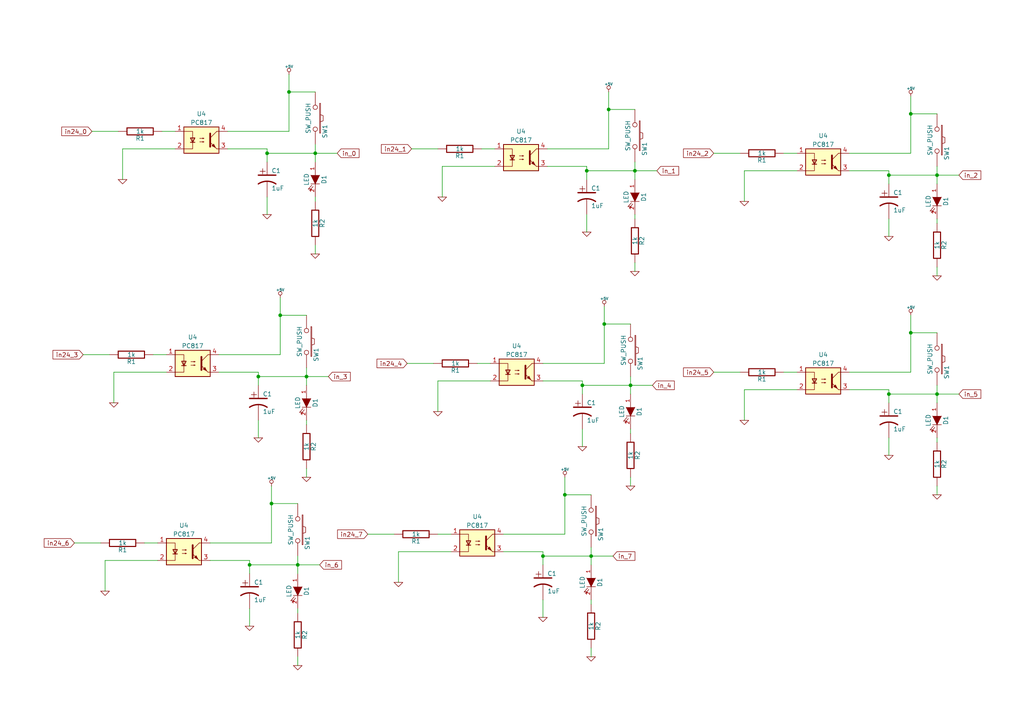
<source format=kicad_sch>
(kicad_sch (version 20230121) (generator eeschema)
  (paper "A4")
  (lib_symbols
    (symbol "Isolator:PC817" (pin_names (offset 1.016))
      (property "Reference" "U" (at -5.08 5.08 0))
      (property "Value" "PC817" (at 0 5.08 0))
      (symbol "PC817_0_1"
        (rectangle (start -5.08 3.81) (end 5.08 -3.81) (stroke (width 0.254)) (fill (type background)))
        (polyline (pts (xy -3.175 -0.635) (xy -1.905 -0.635)) (stroke (width 0.254)))
        (polyline (pts (xy 2.54 0.635) (xy 4.445 2.54)))
        (polyline (pts (xy 4.445 -2.54) (xy 2.54 -0.635)) (fill (type outline)))
        (polyline (pts (xy 4.445 -2.54) (xy 5.08 -2.54)))
        (polyline (pts (xy 4.445 2.54) (xy 5.08 2.54)))
        (polyline (pts (xy -5.08 2.54) (xy -2.54 2.54) (xy -2.54 -0.635)))
        (polyline (pts (xy -2.54 -0.635) (xy -2.54 -2.54) (xy -5.08 -2.54)))
        (polyline (pts (xy 2.54 1.905) (xy 2.54 -1.905) (xy 2.54 -1.905)) (stroke (width 0.508)))
        (polyline (pts (xy -2.54 -0.635) (xy -3.175 0.635) (xy -1.905 0.635) (xy -2.54 -0.635)) (stroke (width 0.254)))
        (polyline (pts (xy -0.508 -0.508) (xy 0.762 -0.508) (xy 0.381 -0.635) (xy 0.381 -0.381) (xy 0.762 -0.508)))
        (polyline (pts (xy -0.508 0.508) (xy 0.762 0.508) (xy 0.381 0.381) (xy 0.381 0.635) (xy 0.762 0.508)))
        (polyline (pts (xy 3.048 -1.651) (xy 3.556 -1.143) (xy 4.064 -2.159) (xy 3.048 -1.651) (xy 3.048 -1.651)) (fill (type outline)))
      )
      (symbol "PC817_1_1"
        (pin passive line (at -7.62 2.54 0) (length 2.54) (name "~") (number "1"))
        (pin passive line (at -7.62 -2.54 0) (length 2.54) (name "~") (number "2"))
        (pin passive line (at 7.62 -2.54 180) (length 2.54) (name "~") (number "3"))
        (pin passive line (at 7.62 2.54 180) (length 2.54) (name "~") (number "4"))
      )
    )
    (symbol "plc-rescue:+5V" (power) (pin_names (offset 1.016))
      (property "Value" "+5V" (at 0 2.286 0))
      (symbol "+5V_0_0"
        (pin power_in line (at 0 0 90) (length 0) hide (name "+5V") (number "1"))
      )
      (symbol "+5V_0_1"
        (polyline (pts (xy 0 0) (xy 0 0.762) (xy 0 0.762) (xy 0 0.762)))
        (circle (center 0 1.27) (radius 0.508))
      )
    )
    (symbol "plc-rescue:CP1" (pin_numbers hide) (pin_names (offset 0.254) hide)
      (property "Reference" "C" (at 1.27 2.54 0))
      (property "Value" "CP1" (at 1.27 -2.54 0))
      (symbol "CP1_0_0"
        (text "+" (at -1.27 2.54 0) (effects (font (size 2.032 2.032))))
      )
      (symbol "CP1_0_1"
        (polyline (pts (xy -2.54 1.27) (xy 2.54 1.27) (xy 1.27 1.27) (xy 1.27 1.27)) (stroke (width 0.381)))
        (arc (start 2.54 -1.27) (mid 0 -0.5009) (end -2.54 -1.27) (stroke (width 0.381)))
      )
      (symbol "CP1_1_1"
        (pin passive line (at 0 5.08 270) (length 3.81) (name "~") (number "1"))
        (pin passive line (at 0 -5.08 90) (length 4.572) (name "~") (number "2"))
      )
    )
    (symbol "plc-rescue:GND" (power) (pin_names (offset 0))
      (symbol "GND_0_1"
        (polyline (pts (xy -1.27 0) (xy 0 -1.27) (xy 1.27 0) (xy -1.27 0)))
      )
      (symbol "GND_1_1"
        (pin power_in line (at 0 0 90) (length 0) hide (name "GND") (number "1"))
      )
    )
    (symbol "plc-rescue:LED" (pin_names (offset 1.016) hide)
      (property "Reference" "D" (at 0 2.54 0))
      (property "Value" "LED" (at 0 -2.54 0))
      (symbol "LED_0_1"
        (polyline (pts (xy 1.27 1.27) (xy 1.27 -1.27)))
        (polyline (pts (xy -1.27 1.27) (xy 1.27 0) (xy -1.27 -1.27)) (fill (type outline)))
        (polyline (pts (xy 1.651 -1.016) (xy 2.794 -2.032) (xy 2.667 -1.397)))
        (polyline (pts (xy 2.032 -0.635) (xy 3.175 -1.651) (xy 3.048 -1.016)))
      )
      (symbol "LED_1_1"
        (pin passive line (at -5.08 0 0) (length 3.81) (name "A") (number "1"))
        (pin passive line (at 5.08 0 180) (length 3.81) (name "K") (number "2"))
      )
    )
    (symbol "plc-rescue:R" (pin_numbers hide) (pin_names (offset 0))
      (property "Reference" "R" (at 2.032 0 90))
      (property "Value" "R" (at 0 0 90))
      (symbol "R_0_1"
        (rectangle (start -1.016 3.81) (end 1.016 -3.81) (stroke (width 0.3048)))
      )
      (symbol "R_1_1"
        (pin passive line (at 0 6.35 270) (length 2.54) (name "~") (number "1"))
        (pin passive line (at 0 -6.35 90) (length 2.54) (name "~") (number "2"))
      )
    )
    (symbol "plc-rescue:SW_PUSH" (pin_numbers hide) (pin_names (offset 1.016) hide)
      (property "Reference" "SW" (at 3.81 2.794 0))
      (property "Value" "SW_PUSH" (at 0 -2.032 0))
      (symbol "SW_PUSH_0_1"
        (rectangle (start -4.318 1.27) (end 4.318 1.524))
        (polyline (pts (xy -1.016 1.524) (xy -0.762 2.286) (xy 0.762 2.286) (xy 1.016 1.524)))
        (pin passive inverted (at -7.62 0 0) (length 5.08) (name "1") (number "1"))
        (pin passive inverted (at 7.62 0 180) (length 5.08) (name "2") (number "2"))
      )
    )
  )
  (junction (at 170.18 49.53))
  (junction (at 175.26 93.98))
  (junction (at 77.47 44.45))
  (junction (at 176.53 31.75))
  (junction (at 88.9 109.22))
  (junction (at 83.82 26.67))
  (junction (at 182.88 111.76))
  (junction (at 264.16 33.02))
  (junction (at 264.16 96.52))
  (junction (at 257.81 50.8))
  (junction (at 171.45 161.29))
  (junction (at 257.81 114.3))
  (junction (at 74.93 109.22))
  (junction (at 271.78 114.3))
  (junction (at 91.44 44.45))
  (junction (at 163.83 143.51))
  (junction (at 184.15 49.53))
  (junction (at 81.28 91.44))
  (junction (at 271.78 50.8))
  (junction (at 157.48 161.29))
  (junction (at 86.36 163.83))
  (junction (at 168.91 111.76))
  (junction (at 78.74 146.05))
  (junction (at 72.39 163.83))
  (wire (pts (xy 24.13 102.87) (xy 31.75 102.87)))
  (wire (pts (xy 271.78 114.3) (xy 257.81 114.3)))
  (wire (pts (xy 35.56 43.18) (xy 50.8 43.18)))
  (wire (pts (xy 246.38 107.95) (xy 264.16 107.95)))
  (wire (pts (xy 106.68 154.94) (xy 114.3 154.94)))
  (wire (pts (xy 182.88 111.76) (xy 168.91 111.76)))
  (wire (pts (xy 264.16 33.02) (xy 264.16 27.94)))
  (wire (pts (xy 157.48 163.83) (xy 157.48 161.29)))
  (wire (pts (xy 78.74 146.05) (xy 78.74 140.97)))
  (wire (pts (xy 33.02 107.95) (xy 48.26 107.95)))
  (wire (pts (xy 271.78 127) (xy 271.78 128.27)))
  (wire (pts (xy 21.59 157.48) (xy 29.21 157.48)))
  (wire (pts (xy 77.47 46.99) (xy 77.47 44.45)))
  (wire (pts (xy 271.78 63.5) (xy 271.78 64.77)))
  (wire (pts (xy 246.38 49.53) (xy 257.81 49.53)))
  (wire (pts (xy 92.71 163.83) (xy 86.36 163.83)))
  (wire (pts (xy 88.9 109.22) (xy 88.9 106.68)))
  (wire (pts (xy 158.75 48.26) (xy 170.18 48.26)))
  (wire (pts (xy 157.48 110.49) (xy 168.91 110.49)))
  (wire (pts (xy 46.99 38.1) (xy 50.8 38.1)))
  (wire (pts (xy 91.44 46.99) (xy 91.44 44.45)))
  (wire (pts (xy 157.48 179.07) (xy 157.48 173.99)))
  (wire (pts (xy 91.44 44.45) (xy 91.44 41.91)))
  (wire (pts (xy 171.45 163.83) (xy 171.45 161.29)))
  (wire (pts (xy 184.15 52.07) (xy 184.15 49.53)))
  (wire (pts (xy 74.93 111.76) (xy 74.93 109.22)))
  (wire (pts (xy 257.81 53.34) (xy 257.81 50.8)))
  (wire (pts (xy 190.5 49.53) (xy 184.15 49.53)))
  (wire (pts (xy 88.9 111.76) (xy 88.9 109.22)))
  (wire (pts (xy 86.36 163.83) (xy 86.36 161.29)))
  (wire (pts (xy 168.91 129.54) (xy 168.91 124.46)))
  (wire (pts (xy 271.78 50.8) (xy 257.81 50.8)))
  (wire (pts (xy 41.91 157.48) (xy 45.72 157.48)))
  (wire (pts (xy 60.96 157.48) (xy 78.74 157.48)))
  (wire (pts (xy 184.15 49.53) (xy 184.15 46.99)))
  (wire (pts (xy 271.78 53.34) (xy 271.78 50.8)))
  (wire (pts (xy 170.18 67.31) (xy 170.18 62.23)))
  (wire (pts (xy 168.91 110.49) (xy 168.91 111.76)))
  (wire (pts (xy 63.5 107.95) (xy 74.93 107.95)))
  (wire (pts (xy 168.91 114.3) (xy 168.91 111.76)))
  (wire (pts (xy 176.53 31.75) (xy 176.53 26.67)))
  (wire (pts (xy 115.57 160.02) (xy 130.81 160.02)))
  (wire (pts (xy 44.45 102.87) (xy 48.26 102.87)))
  (wire (pts (xy 72.39 162.56) (xy 72.39 163.83)))
  (wire (pts (xy 86.36 176.53) (xy 86.36 177.8)))
  (wire (pts (xy 78.74 146.05) (xy 78.74 157.48)))
  (wire (pts (xy 91.44 73.66) (xy 91.44 71.12)))
  (wire (pts (xy 88.9 91.44) (xy 81.28 91.44)))
  (wire (pts (xy 278.13 114.3) (xy 271.78 114.3)))
  (wire (pts (xy 127 110.49) (xy 142.24 110.49)))
  (wire (pts (xy 91.44 44.45) (xy 77.47 44.45)))
  (wire (pts (xy 127 119.38) (xy 127 110.49)))
  (wire (pts (xy 215.9 49.53) (xy 231.14 49.53)))
  (wire (pts (xy 184.15 62.23) (xy 184.15 63.5)))
  (wire (pts (xy 88.9 121.92) (xy 88.9 123.19)))
  (wire (pts (xy 171.45 161.29) (xy 171.45 158.75)))
  (wire (pts (xy 74.93 127) (xy 74.93 121.92)))
  (wire (pts (xy 146.05 160.02) (xy 157.48 160.02)))
  (wire (pts (xy 271.78 33.02) (xy 264.16 33.02)))
  (wire (pts (xy 264.16 96.52) (xy 264.16 107.95)))
  (wire (pts (xy 77.47 43.18) (xy 77.47 44.45)))
  (wire (pts (xy 182.88 124.46) (xy 182.88 125.73)))
  (wire (pts (xy 86.36 193.04) (xy 86.36 190.5)))
  (wire (pts (xy 184.15 31.75) (xy 176.53 31.75)))
  (wire (pts (xy 72.39 166.37) (xy 72.39 163.83)))
  (wire (pts (xy 257.81 113.03) (xy 257.81 114.3)))
  (wire (pts (xy 30.48 162.56) (xy 45.72 162.56)))
  (wire (pts (xy 171.45 161.29) (xy 157.48 161.29)))
  (wire (pts (xy 189.23 111.76) (xy 182.88 111.76)))
  (wire (pts (xy 91.44 57.15) (xy 91.44 58.42)))
  (wire (pts (xy 264.16 96.52) (xy 264.16 91.44)))
  (wire (pts (xy 127 154.94) (xy 130.81 154.94)))
  (wire (pts (xy 246.38 44.45) (xy 264.16 44.45)))
  (wire (pts (xy 184.15 49.53) (xy 170.18 49.53)))
  (wire (pts (xy 139.7 43.18) (xy 143.51 43.18)))
  (wire (pts (xy 182.88 93.98) (xy 175.26 93.98)))
  (wire (pts (xy 182.88 111.76) (xy 182.88 109.22)))
  (wire (pts (xy 118.11 105.41) (xy 125.73 105.41)))
  (wire (pts (xy 184.15 78.74) (xy 184.15 76.2)))
  (wire (pts (xy 215.9 113.03) (xy 231.14 113.03)))
  (wire (pts (xy 146.05 154.94) (xy 163.83 154.94)))
  (wire (pts (xy 88.9 138.43) (xy 88.9 135.89)))
  (wire (pts (xy 176.53 31.75) (xy 176.53 43.18)))
  (wire (pts (xy 83.82 26.67) (xy 83.82 38.1)))
  (wire (pts (xy 138.43 105.41) (xy 142.24 105.41)))
  (wire (pts (xy 33.02 116.84) (xy 33.02 107.95)))
  (wire (pts (xy 171.45 143.51) (xy 163.83 143.51)))
  (wire (pts (xy 163.83 143.51) (xy 163.83 138.43)))
  (wire (pts (xy 66.04 43.18) (xy 77.47 43.18)))
  (wire (pts (xy 97.79 44.45) (xy 91.44 44.45)))
  (wire (pts (xy 115.57 168.91) (xy 115.57 160.02)))
  (wire (pts (xy 207.01 44.45) (xy 214.63 44.45)))
  (wire (pts (xy 257.81 116.84) (xy 257.81 114.3)))
  (wire (pts (xy 171.45 190.5) (xy 171.45 187.96)))
  (wire (pts (xy 30.48 171.45) (xy 30.48 162.56)))
  (wire (pts (xy 26.67 38.1) (xy 34.29 38.1)))
  (wire (pts (xy 264.16 33.02) (xy 264.16 44.45)))
  (wire (pts (xy 77.47 62.23) (xy 77.47 57.15)))
  (wire (pts (xy 182.88 140.97) (xy 182.88 138.43)))
  (wire (pts (xy 74.93 107.95) (xy 74.93 109.22)))
  (wire (pts (xy 170.18 52.07) (xy 170.18 49.53)))
  (wire (pts (xy 86.36 166.37) (xy 86.36 163.83)))
  (wire (pts (xy 246.38 113.03) (xy 257.81 113.03)))
  (wire (pts (xy 81.28 91.44) (xy 81.28 102.87)))
  (wire (pts (xy 257.81 68.58) (xy 257.81 63.5)))
  (wire (pts (xy 91.44 26.67) (xy 83.82 26.67)))
  (wire (pts (xy 175.26 93.98) (xy 175.26 88.9)))
  (wire (pts (xy 271.78 80.01) (xy 271.78 77.47)))
  (wire (pts (xy 215.9 58.42) (xy 215.9 49.53)))
  (wire (pts (xy 170.18 48.26) (xy 170.18 49.53)))
  (wire (pts (xy 175.26 93.98) (xy 175.26 105.41)))
  (wire (pts (xy 278.13 50.8) (xy 271.78 50.8)))
  (wire (pts (xy 271.78 114.3) (xy 271.78 111.76)))
  (wire (pts (xy 83.82 26.67) (xy 83.82 21.59)))
  (wire (pts (xy 215.9 121.92) (xy 215.9 113.03)))
  (wire (pts (xy 177.8 161.29) (xy 171.45 161.29)))
  (wire (pts (xy 81.28 91.44) (xy 81.28 86.36)))
  (wire (pts (xy 271.78 96.52) (xy 264.16 96.52)))
  (wire (pts (xy 163.83 143.51) (xy 163.83 154.94)))
  (wire (pts (xy 271.78 116.84) (xy 271.78 114.3)))
  (wire (pts (xy 72.39 181.61) (xy 72.39 176.53)))
  (wire (pts (xy 227.33 44.45) (xy 231.14 44.45)))
  (wire (pts (xy 119.38 43.18) (xy 127 43.18)))
  (wire (pts (xy 66.04 38.1) (xy 83.82 38.1)))
  (wire (pts (xy 95.25 109.22) (xy 88.9 109.22)))
  (wire (pts (xy 63.5 102.87) (xy 81.28 102.87)))
  (wire (pts (xy 128.27 57.15) (xy 128.27 48.26)))
  (wire (pts (xy 182.88 114.3) (xy 182.88 111.76)))
  (wire (pts (xy 158.75 43.18) (xy 176.53 43.18)))
  (wire (pts (xy 207.01 107.95) (xy 214.63 107.95)))
  (wire (pts (xy 35.56 52.07) (xy 35.56 43.18)))
  (wire (pts (xy 171.45 173.99) (xy 171.45 175.26)))
  (wire (pts (xy 257.81 132.08) (xy 257.81 127)))
  (wire (pts (xy 88.9 109.22) (xy 74.93 109.22)))
  (wire (pts (xy 157.48 160.02) (xy 157.48 161.29)))
  (wire (pts (xy 271.78 143.51) (xy 271.78 140.97)))
  (wire (pts (xy 271.78 50.8) (xy 271.78 48.26)))
  (wire (pts (xy 128.27 48.26) (xy 143.51 48.26)))
  (wire (pts (xy 257.81 49.53) (xy 257.81 50.8)))
  (wire (pts (xy 86.36 163.83) (xy 72.39 163.83)))
  (wire (pts (xy 60.96 162.56) (xy 72.39 162.56)))
  (wire (pts (xy 86.36 146.05) (xy 78.74 146.05)))
  (wire (pts (xy 157.48 105.41) (xy 175.26 105.41)))
  (wire (pts (xy 227.33 107.95) (xy 231.14 107.95)))
  (global_label "in_3" (shape input) (at 95.25 109.22 0) (property "Intersheetrefs" "${INTERSHEET_REFS}" (effects hide)))
  (global_label "in_6" (shape input) (at 92.71 163.83 0) (property "Intersheetrefs" "${INTERSHEET_REFS}" (effects hide)))
  (global_label "in24_0" (shape input) (at 26.67 38.1 180) (property "Intersheetrefs" "${INTERSHEET_REFS}" (effects hide)))
  (global_label "in24_1" (shape input) (at 119.38 43.18 180) (property "Intersheetrefs" "${INTERSHEET_REFS}" (effects hide)))
  (global_label "in24_6" (shape input) (at 21.59 157.48 180) (property "Intersheetrefs" "${INTERSHEET_REFS}" (effects hide)))
  (global_label "in_2" (shape input) (at 278.13 50.8 0) (property "Intersheetrefs" "${INTERSHEET_REFS}" (effects hide)))
  (global_label "in24_3" (shape input) (at 24.13 102.87 180) (property "Intersheetrefs" "${INTERSHEET_REFS}" (effects hide)))
  (global_label "in_4" (shape input) (at 189.23 111.76 0) (property "Intersheetrefs" "${INTERSHEET_REFS}" (effects hide)))
  (global_label "in24_5" (shape input) (at 207.01 107.95 180) (property "Intersheetrefs" "${INTERSHEET_REFS}" (effects hide)))
  (global_label "in24_2" (shape input) (at 207.01 44.45 180) (property "Intersheetrefs" "${INTERSHEET_REFS}" (effects hide)))
  (global_label "in_7" (shape input) (at 177.8 161.29 0) (property "Intersheetrefs" "${INTERSHEET_REFS}" (effects hide)))
  (global_label "in24_7" (shape input) (at 106.68 154.94 180) (property "Intersheetrefs" "${INTERSHEET_REFS}" (effects hide)))
  (global_label "in_5" (shape input) (at 278.13 114.3 0) (property "Intersheetrefs" "${INTERSHEET_REFS}" (effects hide)))
  (global_label "in_1" (shape input) (at 190.5 49.53 0) (property "Intersheetrefs" "${INTERSHEET_REFS}" (effects hide)))
  (global_label "in_0" (shape input) (at 97.79 44.45 0) (property "Intersheetrefs" "${INTERSHEET_REFS}" (effects hide)))
  (global_label "in24_4" (shape input) (at 118.11 105.41 180) (property "Intersheetrefs" "${INTERSHEET_REFS}" (effects hide)))
  (symbol (lib_id "plc-rescue:GND") (at 271.78 80.01 0) (unit 1)
    (property "Reference" "#PWR03" (effects hide))
    (property "Value" "GND" (effects hide))
    (instances (project "plc" (path "" (reference "#PWR03") (unit 1)) (path "" (reference "#PWR023") (unit 1))))
  )
  (symbol (lib_id "plc-rescue:GND") (at 35.56 52.07 0) (unit 1)
    (property "Reference" "#PWR01" (effects hide))
    (property "Value" "GND" (effects hide))
    (instances (project "plc" (path "" (reference "#PWR01") (unit 1)) (path "" (reference "#PWR05") (unit 1))))
  )
  (symbol (lib_id "Isolator:PC817") (at 149.86 107.95 0) (unit 1)
    (property "Reference" "U4" (at 149.86 100.33 0))
    (property "Value" "PC817" (at 149.86 102.87 0))
    (property "Footprint" "Package_DIP:DIP-4_W7.62mm" (effects hide))
    (property "Datasheet" "http://www.soselectronic.cz/a_info/resource/d/pc817.pdf" (effects hide))
    (instances (project "plc" (path "" (reference "U4") (unit 1)) (path "" (reference "U8") (unit 1))))
  )
  (symbol (lib_id "plc-rescue:GND") (at 127 119.38 0) (unit 1)
    (property "Reference" "#PWR01" (effects hide))
    (property "Value" "GND" (effects hide))
    (instances (project "plc" (path "" (reference "#PWR01") (unit 1)) (path "" (reference "#PWR028") (unit 1))))
  )
  (symbol (lib_id "plc-rescue:CP1") (at 170.18 57.15 0) (unit 1)
    (property "Reference" "C1" (at 171.45 54.61 0) (effects (justify left)))
    (property "Value" "1uF" (at 171.45 59.69 0) (effects (justify left)))
    (property "Footprint" "Capacitor_THT:CP_Radial_D5.0mm_P2.50mm" (effects hide))
  )
  (symbol (lib_id "plc-rescue:GND") (at 77.47 62.23 0) (unit 1)
    (property "Reference" "#PWR0102" (effects hide))
    (property "Value" "GND" (effects hide))
    (instances (project "plc" (path "" (reference "#PWR0102") (unit 1)) (path "" (reference "#PWR06") (unit 1))))
  )
  (symbol (lib_id "plc-rescue:R") (at 120.65 154.94 270) (unit 1)
    (property "Reference" "R1" (at 120.65 156.972 90))
    (property "Value" "1k" (at 120.65 154.94 90))
    (property "Footprint" "Resistor_THT:R_Axial_DIN0204_L3.6mm_D1.6mm_P5.08mm_Horizontal" (effects hide))
    (instances (project "plc" (path "" (reference "R1") (unit 1)) (path "" (reference "R19") (unit 1))))
  )
  (symbol (lib_id "plc-rescue:LED") (at 91.44 52.07 270) (unit 1)
    (property "Reference" "D1" (at 93.98 52.07 0))
    (property "Value" "LED" (at 88.9 52.07 0))
    (property "Footprint" "LED_THT:LED_D3.0mm" (effects hide))
    (instances (project "plc" (path "" (reference "D1") (unit 1)) (path "" (reference "D4") (unit 1))))
  )
  (symbol (lib_id "plc-rescue:CP1") (at 257.81 121.92 0) (unit 1)
    (property "Reference" "C1" (at 259.08 119.38 0) (effects (justify left)))
    (property "Value" "1uF" (at 259.08 124.46 0) (effects (justify left)))
    (property "Footprint" "Capacitor_THT:CP_Radial_D5.0mm_P2.50mm" (effects hide))
    (instances (project "plc" (path "" (reference "C1") (unit 1)) (path "" (reference "C10") (unit 1))))
  )
  (symbol (lib_id "plc-rescue:SW_PUSH") (at 171.45 151.13 270) (unit 1)
    (property "Reference" "SW1" (at 174.244 154.94 0))
    (property "Value" "SW_PUSH" (at 169.418 151.13 0))
    (property "Footprint" "Button_Switch_THT:SW_PUSH_6mm_H5mm" (effects hide))
    (instances (project "plc" (path "" (reference "SW1") (unit 1)) (path "" (reference "SW8") (unit 1))))
  )
  (symbol (lib_id "plc-rescue:CP1") (at 157.48 168.91 0) (unit 1)
    (property "Reference" "C1" (at 158.75 166.37 0) (effects (justify left)))
    (property "Value" "1uF" (at 158.75 171.45 0) (effects (justify left)))
    (property "Footprint" "Capacitor_THT:CP_Radial_D5.0mm_P2.50mm" (effects hide))
    (instances (project "plc" (path "" (reference "C1") (unit 1)) (path "" (reference "C12") (unit 1))))
  )
  (symbol (lib_id "plc-rescue:R") (at 86.36 184.15 0) (unit 1)
    (property "Reference" "R2" (at 88.392 184.15 90))
    (property "Value" "1k" (at 86.36 184.15 90))
    (property "Footprint" "Resistor_THT:R_Axial_DIN0204_L3.6mm_D1.6mm_P5.08mm_Horizontal" (effects hide))
    (instances (project "plc" (path "" (reference "R2") (unit 1)) (path "" (reference "R18") (unit 1))))
  )
  (symbol (lib_id "plc-rescue:+5V") (at 176.53 26.67 0) (unit 1)
    (property "Reference" "#PWR02" (effects hide))
    (property "Value" "+5V" (at 176.53 24.384 0) (effects (font (size 0.762 0.762))))
    (instances (project "plc" (path "" (reference "#PWR02") (unit 1)) (path "" (reference "#PWR018") (unit 1))))
  )
  (symbol (lib_id "Isolator:PC817") (at 151.13 45.72 0) (unit 1)
    (property "Reference" "U4" (at 151.13 38.1 0))
    (property "Value" "PC817" (at 151.13 40.64 0))
    (property "Footprint" "Package_DIP:DIP-4_W7.62mm" (effects hide))
    (property "Datasheet" "http://www.soselectronic.cz/a_info/resource/d/pc817.pdf" (effects hide))
    (instances (project "plc" (path "" (reference "U4") (unit 1)) (path "" (reference "U2") (unit 1))))
  )
  (symbol (lib_id "plc-rescue:GND") (at 128.27 57.15 0) (unit 1)
    (property "Reference" "#PWR01" (effects hide))
    (property "Value" "GND" (effects hide))
    (instances (project "plc" (path "" (reference "#PWR01") (unit 1)) (path "" (reference "#PWR016") (unit 1))))
  )
  (symbol (lib_id "plc-rescue:+5V") (at 264.16 27.94 0) (unit 1)
    (property "Reference" "#PWR02" (effects hide))
    (property "Value" "+5V" (at 264.16 25.654 0) (effects (font (size 0.762 0.762))))
    (instances (project "plc" (path "" (reference "#PWR02") (unit 1)) (path "" (reference "#PWR022") (unit 1))))
  )
  (symbol (lib_id "plc-rescue:GND") (at 74.93 127 0) (unit 1)
    (property "Reference" "#PWR0102" (effects hide))
    (property "Value" "GND" (effects hide))
    (instances (project "plc" (path "" (reference "#PWR0102") (unit 1)) (path "" (reference "#PWR025") (unit 1))))
  )
  (symbol (lib_id "plc-rescue:R") (at 132.08 105.41 270) (unit 1)
    (property "Reference" "R1" (at 132.08 107.442 90))
    (property "Value" "1k" (at 132.08 105.41 90))
    (property "Footprint" "Resistor_THT:R_Axial_DIN0204_L3.6mm_D1.6mm_P5.08mm_Horizontal" (effects hide))
    (instances (project "plc" (path "" (reference "R1") (unit 1)) (path "" (reference "R13") (unit 1))))
  )
  (symbol (lib_id "plc-rescue:LED") (at 171.45 168.91 270) (unit 1)
    (property "Reference" "D1" (at 173.99 168.91 0))
    (property "Value" "LED" (at 168.91 168.91 0))
    (property "Footprint" "LED_THT:LED_D3.0mm" (effects hide))
    (instances (project "plc" (path "" (reference "D1") (unit 1)) (path "" (reference "D12") (unit 1))))
  )
  (symbol (lib_id "plc-rescue:GND") (at 215.9 121.92 0) (unit 1)
    (property "Reference" "#PWR01" (effects hide))
    (property "Value" "GND" (effects hide))
    (instances (project "plc" (path "" (reference "#PWR01") (unit 1)) (path "" (reference "#PWR032") (unit 1))))
  )
  (symbol (lib_id "Isolator:PC817") (at 55.88 105.41 0) (unit 1)
    (property "Reference" "U4" (at 55.88 97.79 0))
    (property "Value" "PC817" (at 55.88 100.33 0))
    (property "Footprint" "Package_DIP:DIP-4_W7.62mm" (effects hide))
    (property "Datasheet" "http://www.soselectronic.cz/a_info/resource/d/pc817.pdf" (effects hide))
    (instances (project "plc" (path "" (reference "U4") (unit 1)) (path "" (reference "U7") (unit 1))))
  )
  (symbol (lib_id "plc-rescue:SW_PUSH") (at 88.9 99.06 270) (unit 1)
    (property "Reference" "SW1" (at 91.694 102.87 0))
    (property "Value" "SW_PUSH" (at 86.868 99.06 0))
    (property "Footprint" "Button_Switch_THT:SW_PUSH_6mm_H5mm" (effects hide))
    (instances (project "plc" (path "" (reference "SW1") (unit 1)) (path "" (reference "SW4") (unit 1))))
  )
  (symbol (lib_id "plc-rescue:R") (at 271.78 71.12 0) (unit 1)
    (property "Reference" "R2" (at 273.812 71.12 90))
    (property "Value" "1k" (at 271.78 71.12 90))
    (property "Footprint" "Resistor_THT:R_Axial_DIN0204_L3.6mm_D1.6mm_P5.08mm_Horizontal" (effects hide))
    (instances (project "plc" (path "" (reference "R2") (unit 1)) (path "" (reference "R10") (unit 1))))
  )
  (symbol (lib_id "plc-rescue:GND") (at 271.78 143.51 0) (unit 1)
    (property "Reference" "#PWR03" (effects hide))
    (property "Value" "GND" (effects hide))
    (instances (project "plc" (path "" (reference "#PWR03") (unit 1)) (path "" (reference "#PWR035") (unit 1))))
  )
  (symbol (lib_id "plc-rescue:GND") (at 170.18 67.31 0) (unit 1)
    (property "Reference" "#PWR0102" (effects hide))
    (property "Value" "GND" (effects hide))
    (instances (project "plc" (path "" (reference "#PWR0102") (unit 1)) (path "" (reference "#PWR017") (unit 1))))
  )
  (symbol (lib_id "plc-rescue:CP1") (at 74.93 116.84 0) (unit 1)
    (property "Reference" "C1" (at 76.2 114.3 0) (effects (justify left)))
    (property "Value" "1uF" (at 76.2 119.38 0) (effects (justify left)))
    (property "Footprint" "Capacitor_THT:CP_Radial_D5.0mm_P2.50mm" (effects hide))
    (instances (project "plc" (path "" (reference "C1") (unit 1)) (path "" (reference "C4") (unit 1))))
  )
  (symbol (lib_id "plc-rescue:SW_PUSH") (at 184.15 39.37 270) (unit 1)
    (property "Reference" "SW1" (at 186.944 43.18 0))
    (property "Value" "SW_PUSH" (at 182.118 39.37 0))
    (property "Footprint" "Button_Switch_THT:SW_PUSH_6mm_H5mm" (effects hide))
  )
  (symbol (lib_id "plc-rescue:LED") (at 271.78 121.92 270) (unit 1)
    (property "Reference" "D1" (at 274.32 121.92 0))
    (property "Value" "LED" (at 269.24 121.92 0))
    (property "Footprint" "LED_THT:LED_D3.0mm" (effects hide))
    (instances (project "plc" (path "" (reference "D1") (unit 1)) (path "" (reference "D10") (unit 1))))
  )
  (symbol (lib_id "plc-rescue:+5V") (at 264.16 91.44 0) (unit 1)
    (property "Reference" "#PWR02" (effects hide))
    (property "Value" "+5V" (at 264.16 89.154 0) (effects (font (size 0.762 0.762))))
    (instances (project "plc" (path "" (reference "#PWR02") (unit 1)) (path "" (reference "#PWR034") (unit 1))))
  )
  (symbol (lib_id "plc-rescue:R") (at 35.56 157.48 270) (unit 1)
    (property "Reference" "R1" (at 35.56 159.512 90))
    (property "Value" "1k" (at 35.56 157.48 90))
    (property "Footprint" "Resistor_THT:R_Axial_DIN0204_L3.6mm_D1.6mm_P5.08mm_Horizontal" (effects hide))
    (instances (project "plc" (path "" (reference "R1") (unit 1)) (path "" (reference "R17") (unit 1))))
  )
  (symbol (lib_id "plc-rescue:CP1") (at 77.47 52.07 0) (unit 1)
    (property "Reference" "C1" (at 78.74 49.53 0) (effects (justify left)))
    (property "Value" "1uF" (at 78.74 54.61 0) (effects (justify left)))
    (property "Footprint" "Capacitor_THT:CP_Radial_D5.0mm_P2.50mm" (effects hide))
    (instances (project "plc" (path "" (reference "C1") (unit 1)) (path "" (reference "C2") (unit 1))))
  )
  (symbol (lib_id "plc-rescue:SW_PUSH") (at 271.78 40.64 270) (unit 1)
    (property "Reference" "SW1" (at 274.574 44.45 0))
    (property "Value" "SW_PUSH" (at 269.748 40.64 0))
    (property "Footprint" "Button_Switch_THT:SW_PUSH_6mm_H5mm" (effects hide))
    (instances (project "plc" (path "" (reference "SW1") (unit 1)) (path "" (reference "SW3") (unit 1))))
  )
  (symbol (lib_id "plc-rescue:LED") (at 86.36 171.45 270) (unit 1)
    (property "Reference" "D1" (at 88.9 171.45 0))
    (property "Value" "LED" (at 83.82 171.45 0))
    (property "Footprint" "LED_THT:LED_D3.0mm" (effects hide))
    (instances (project "plc" (path "" (reference "D1") (unit 1)) (path "" (reference "D11") (unit 1))))
  )
  (symbol (lib_id "plc-rescue:LED") (at 182.88 119.38 270) (unit 1)
    (property "Reference" "D1" (at 185.42 119.38 0))
    (property "Value" "LED" (at 180.34 119.38 0))
    (property "Footprint" "LED_THT:LED_D3.0mm" (effects hide))
    (instances (project "plc" (path "" (reference "D1") (unit 1)) (path "" (reference "D9") (unit 1))))
  )
  (symbol (lib_id "plc-rescue:R") (at 220.98 107.95 270) (unit 1)
    (property "Reference" "R1" (at 220.98 109.982 90))
    (property "Value" "1k" (at 220.98 107.95 90))
    (property "Footprint" "Resistor_THT:R_Axial_DIN0204_L3.6mm_D1.6mm_P5.08mm_Horizontal" (effects hide))
    (instances (project "plc" (path "" (reference "R1") (unit 1)) (path "" (reference "R15") (unit 1))))
  )
  (symbol (lib_id "plc-rescue:GND") (at 215.9 58.42 0) (unit 1)
    (property "Reference" "#PWR01" (effects hide))
    (property "Value" "GND" (effects hide))
    (instances (project "plc" (path "" (reference "#PWR01") (unit 1)) (path "" (reference "#PWR020") (unit 1))))
  )
  (symbol (lib_id "Isolator:PC817") (at 238.76 110.49 0) (unit 1)
    (property "Reference" "U4" (at 238.76 102.87 0))
    (property "Value" "PC817" (at 238.76 105.41 0))
    (property "Footprint" "Package_DIP:DIP-4_W7.62mm" (effects hide))
    (property "Datasheet" "http://www.soselectronic.cz/a_info/resource/d/pc817.pdf" (effects hide))
    (instances (project "plc" (path "" (reference "U4") (unit 1)) (path "" (reference "U9") (unit 1))))
  )
  (symbol (lib_id "plc-rescue:GND") (at 257.81 132.08 0) (unit 1)
    (property "Reference" "#PWR0102" (effects hide))
    (property "Value" "GND" (effects hide))
    (instances (project "plc" (path "" (reference "#PWR0102") (unit 1)) (path "" (reference "#PWR033") (unit 1))))
  )
  (symbol (lib_id "plc-rescue:GND") (at 88.9 138.43 0) (unit 1)
    (property "Reference" "#PWR03" (effects hide))
    (property "Value" "GND" (effects hide))
    (instances (project "plc" (path "" (reference "#PWR03") (unit 1)) (path "" (reference "#PWR027") (unit 1))))
  )
  (symbol (lib_id "Isolator:PC817") (at 138.43 157.48 0) (unit 1)
    (property "Reference" "U4" (at 138.43 149.86 0))
    (property "Value" "PC817" (at 138.43 152.4 0))
    (property "Footprint" "Package_DIP:DIP-4_W7.62mm" (effects hide))
    (property "Datasheet" "http://www.soselectronic.cz/a_info/resource/d/pc817.pdf" (effects hide))
    (instances (project "plc" (path "" (reference "U4") (unit 1)) (path "" (reference "U11") (unit 1))))
  )
  (symbol (lib_id "plc-rescue:+5V") (at 163.83 138.43 0) (unit 1)
    (property "Reference" "#PWR02" (effects hide))
    (property "Value" "+5V" (at 163.83 136.144 0) (effects (font (size 0.762 0.762))))
    (instances (project "plc" (path "" (reference "#PWR02") (unit 1)) (path "" (reference "#PWR042") (unit 1))))
  )
  (symbol (lib_id "plc-rescue:GND") (at 257.81 68.58 0) (unit 1)
    (property "Reference" "#PWR0102" (effects hide))
    (property "Value" "GND" (effects hide))
    (instances (project "plc" (path "" (reference "#PWR0102") (unit 1)) (path "" (reference "#PWR021") (unit 1))))
  )
  (symbol (lib_id "plc-rescue:SW_PUSH") (at 86.36 153.67 270) (unit 1)
    (property "Reference" "SW1" (at 89.154 157.48 0))
    (property "Value" "SW_PUSH" (at 84.328 153.67 0))
    (property "Footprint" "Button_Switch_THT:SW_PUSH_6mm_H5mm" (effects hide))
    (instances (project "plc" (path "" (reference "SW1") (unit 1)) (path "" (reference "SW7") (unit 1))))
  )
  (symbol (lib_id "plc-rescue:GND") (at 182.88 140.97 0) (unit 1)
    (property "Reference" "#PWR03" (effects hide))
    (property "Value" "GND" (effects hide))
    (instances (project "plc" (path "" (reference "#PWR03") (unit 1)) (path "" (reference "#PWR031") (unit 1))))
  )
  (symbol (lib_id "plc-rescue:GND") (at 86.36 193.04 0) (unit 1)
    (property "Reference" "#PWR03" (effects hide))
    (property "Value" "GND" (effects hide))
    (instances (project "plc" (path "" (reference "#PWR03") (unit 1)) (path "" (reference "#PWR039") (unit 1))))
  )
  (symbol (lib_id "plc-rescue:R") (at 220.98 44.45 270) (unit 1)
    (property "Reference" "R1" (at 220.98 46.482 90))
    (property "Value" "1k" (at 220.98 44.45 90))
    (property "Footprint" "Resistor_THT:R_Axial_DIN0204_L3.6mm_D1.6mm_P5.08mm_Horizontal" (effects hide))
    (instances (project "plc" (path "" (reference "R1") (unit 1)) (path "" (reference "R9") (unit 1))))
  )
  (symbol (lib_id "Isolator:PC817") (at 238.76 46.99 0) (unit 1)
    (property "Reference" "U4" (at 238.76 39.37 0))
    (property "Value" "PC817" (at 238.76 41.91 0))
    (property "Footprint" "Package_DIP:DIP-4_W7.62mm" (effects hide))
    (property "Datasheet" "http://www.soselectronic.cz/a_info/resource/d/pc817.pdf" (effects hide))
  )
  (symbol (lib_id "plc-rescue:SW_PUSH") (at 91.44 34.29 270) (unit 1)
    (property "Reference" "SW1" (at 94.234 38.1 0))
    (property "Value" "SW_PUSH" (at 89.408 34.29 0))
    (property "Footprint" "Button_Switch_THT:SW_PUSH_6mm_H5mm" (effects hide))
    (instances (project "plc" (path "" (reference "SW1") (unit 1)) (path "" (reference "SW2") (unit 1))))
  )
  (symbol (lib_id "plc-rescue:CP1") (at 72.39 171.45 0) (unit 1)
    (property "Reference" "C1" (at 73.66 168.91 0) (effects (justify left)))
    (property "Value" "1uF" (at 73.66 173.99 0) (effects (justify left)))
    (property "Footprint" "Capacitor_THT:CP_Radial_D5.0mm_P2.50mm" (effects hide))
    (instances (project "plc" (path "" (reference "C1") (unit 1)) (path "" (reference "C11") (unit 1))))
  )
  (symbol (lib_id "plc-rescue:+5V") (at 83.82 21.59 0) (unit 1)
    (property "Reference" "#PWR02" (effects hide))
    (property "Value" "+5V" (at 83.82 19.304 0) (effects (font (size 0.762 0.762))))
    (instances (project "plc" (path "" (reference "#PWR02") (unit 1)) (path "" (reference "#PWR07") (unit 1))))
  )
  (symbol (lib_id "Isolator:PC817") (at 58.42 40.64 0) (unit 1)
    (property "Reference" "U4" (at 58.42 33.02 0))
    (property "Value" "PC817" (at 58.42 35.56 0))
    (property "Footprint" "Package_DIP:DIP-4_W7.62mm" (effects hide))
    (property "Datasheet" "http://www.soselectronic.cz/a_info/resource/d/pc817.pdf" (effects hide))
    (instances (project "plc" (path "" (reference "U4") (unit 1)) (path "" (reference "U1") (unit 1))))
  )
  (symbol (lib_id "plc-rescue:GND") (at 157.48 179.07 0) (unit 1)
    (property "Reference" "#PWR0102" (effects hide))
    (property "Value" "GND" (effects hide))
    (instances (project "plc" (path "" (reference "#PWR0102") (unit 1)) (path "" (reference "#PWR041") (unit 1))))
  )
  (symbol (lib_id "plc-rescue:GND") (at 115.57 168.91 0) (unit 1)
    (property "Reference" "#PWR01" (effects hide))
    (property "Value" "GND" (effects hide))
    (instances (project "plc" (path "" (reference "#PWR01") (unit 1)) (path "" (reference "#PWR040") (unit 1))))
  )
  (symbol (lib_id "plc-rescue:GND") (at 168.91 129.54 0) (unit 1)
    (property "Reference" "#PWR0102" (effects hide))
    (property "Value" "GND" (effects hide))
    (instances (project "plc" (path "" (reference "#PWR0102") (unit 1)) (path "" (reference "#PWR029") (unit 1))))
  )
  (symbol (lib_id "plc-rescue:+5V") (at 175.26 88.9 0) (unit 1)
    (property "Reference" "#PWR02" (effects hide))
    (property "Value" "+5V" (at 175.26 86.614 0) (effects (font (size 0.762 0.762))))
    (instances (project "plc" (path "" (reference "#PWR02") (unit 1)) (path "" (reference "#PWR030") (unit 1))))
  )
  (symbol (lib_id "plc-rescue:R") (at 184.15 69.85 0) (unit 1)
    (property "Reference" "R2" (at 186.182 69.85 90))
    (property "Value" "1k" (at 184.15 69.85 90))
    (property "Footprint" "Resistor_THT:R_Axial_DIN0204_L3.6mm_D1.6mm_P5.08mm_Horizontal" (effects hide))
    (instances (project "plc" (path "" (reference "R2") (unit 1)) (path "" (reference "R8") (unit 1))))
  )
  (symbol (lib_id "plc-rescue:R") (at 171.45 181.61 0) (unit 1)
    (property "Reference" "R2" (at 173.482 181.61 90))
    (property "Value" "1k" (at 171.45 181.61 90))
    (property "Footprint" "Resistor_THT:R_Axial_DIN0204_L3.6mm_D1.6mm_P5.08mm_Horizontal" (effects hide))
    (instances (project "plc" (path "" (reference "R2") (unit 1)) (path "" (reference "R20") (unit 1))))
  )
  (symbol (lib_id "plc-rescue:R") (at 182.88 132.08 0) (unit 1)
    (property "Reference" "R2" (at 184.912 132.08 90))
    (property "Value" "1k" (at 182.88 132.08 90))
    (property "Footprint" "Resistor_THT:R_Axial_DIN0204_L3.6mm_D1.6mm_P5.08mm_Horizontal" (effects hide))
    (instances (project "plc" (path "" (reference "R2") (unit 1)) (path "" (reference "R14") (unit 1))))
  )
  (symbol (lib_id "plc-rescue:R") (at 40.64 38.1 270) (unit 1)
    (property "Reference" "R1" (at 40.64 40.132 90))
    (property "Value" "1k" (at 40.64 38.1 90))
    (property "Footprint" "Resistor_THT:R_Axial_DIN0204_L3.6mm_D1.6mm_P5.08mm_Horizontal" (effects hide))
    (instances (project "plc" (path "" (reference "R1") (unit 1)) (path "" (reference "R5") (unit 1))))
  )
  (symbol (lib_id "plc-rescue:LED") (at 271.78 58.42 270) (unit 1)
    (property "Reference" "D1" (at 274.32 58.42 0))
    (property "Value" "LED" (at 269.24 58.42 0))
    (property "Footprint" "LED_THT:LED_D3.0mm" (effects hide))
    (instances (project "plc" (path "" (reference "D1") (unit 1)) (path "" (reference "D7") (unit 1))))
  )
  (symbol (lib_id "plc-rescue:R") (at 133.35 43.18 270) (unit 1)
    (property "Reference" "R1" (at 133.35 45.212 90))
    (property "Value" "1k" (at 133.35 43.18 90))
    (property "Footprint" "Resistor_THT:R_Axial_DIN0204_L3.6mm_D1.6mm_P5.08mm_Horizontal" (effects hide))
    (instances (project "plc" (path "" (reference "R1") (unit 1)) (path "" (reference "R7") (unit 1))))
  )
  (symbol (lib_id "plc-rescue:+5V") (at 78.74 140.97 0) (unit 1)
    (property "Reference" "#PWR02" (effects hide))
    (property "Value" "+5V" (at 78.74 138.684 0) (effects (font (size 0.762 0.762))))
    (instances (project "plc" (path "" (reference "#PWR02") (unit 1)) (path "" (reference "#PWR038") (unit 1))))
  )
  (symbol (lib_id "plc-rescue:R") (at 271.78 134.62 0) (unit 1)
    (property "Reference" "R2" (at 273.812 134.62 90))
    (property "Value" "1k" (at 271.78 134.62 90))
    (property "Footprint" "Resistor_THT:R_Axial_DIN0204_L3.6mm_D1.6mm_P5.08mm_Horizontal" (effects hide))
    (instances (project "plc" (path "" (reference "R2") (unit 1)) (path "" (reference "R16") (unit 1))))
  )
  (symbol (lib_id "plc-rescue:GND") (at 33.02 116.84 0) (unit 1)
    (property "Reference" "#PWR01" (effects hide))
    (property "Value" "GND" (effects hide))
    (instances (project "plc" (path "" (reference "#PWR01") (unit 1)) (path "" (reference "#PWR024") (unit 1))))
  )
  (symbol (lib_id "plc-rescue:LED") (at 88.9 116.84 270) (unit 1)
    (property "Reference" "D1" (at 91.44 116.84 0))
    (property "Value" "LED" (at 86.36 116.84 0))
    (property "Footprint" "LED_THT:LED_D3.0mm" (effects hide))
    (instances (project "plc" (path "" (reference "D1") (unit 1)) (path "" (reference "D8") (unit 1))))
  )
  (symbol (lib_id "plc-rescue:GND") (at 171.45 190.5 0) (unit 1)
    (property "Reference" "#PWR03" (effects hide))
    (property "Value" "GND" (effects hide))
    (instances (project "plc" (path "" (reference "#PWR03") (unit 1)) (path "" (reference "#PWR043") (unit 1))))
  )
  (symbol (lib_id "plc-rescue:+5V") (at 81.28 86.36 0) (unit 1)
    (property "Reference" "#PWR02" (effects hide))
    (property "Value" "+5V" (at 81.28 84.074 0) (effects (font (size 0.762 0.762))))
    (instances (project "plc" (path "" (reference "#PWR02") (unit 1)) (path "" (reference "#PWR026") (unit 1))))
  )
  (symbol (lib_id "plc-rescue:R") (at 38.1 102.87 270) (unit 1)
    (property "Reference" "R1" (at 38.1 104.902 90))
    (property "Value" "1k" (at 38.1 102.87 90))
    (property "Footprint" "Resistor_THT:R_Axial_DIN0204_L3.6mm_D1.6mm_P5.08mm_Horizontal" (effects hide))
    (instances (project "plc" (path "" (reference "R1") (unit 1)) (path "" (reference "R11") (unit 1))))
  )
  (symbol (lib_id "plc-rescue:GND") (at 72.39 181.61 0) (unit 1)
    (property "Reference" "#PWR0102" (effects hide))
    (property "Value" "GND" (effects hide))
    (instances (project "plc" (path "" (reference "#PWR0102") (unit 1)) (path "" (reference "#PWR037") (unit 1))))
  )
  (symbol (lib_id "plc-rescue:CP1") (at 168.91 119.38 0) (unit 1)
    (property "Reference" "C1" (at 170.18 116.84 0) (effects (justify left)))
    (property "Value" "1uF" (at 170.18 121.92 0) (effects (justify left)))
    (property "Footprint" "Capacitor_THT:CP_Radial_D5.0mm_P2.50mm" (effects hide))
    (instances (project "plc" (path "" (reference "C1") (unit 1)) (path "" (reference "C5") (unit 1))))
  )
  (symbol (lib_id "plc-rescue:R") (at 88.9 129.54 0) (unit 1)
    (property "Reference" "R2" (at 90.932 129.54 90))
    (property "Value" "1k" (at 88.9 129.54 90))
    (property "Footprint" "Resistor_THT:R_Axial_DIN0204_L3.6mm_D1.6mm_P5.08mm_Horizontal" (effects hide))
    (instances (project "plc" (path "" (reference "R2") (unit 1)) (path "" (reference "R12") (unit 1))))
  )
  (symbol (lib_id "plc-rescue:GND") (at 30.48 171.45 0) (unit 1)
    (property "Reference" "#PWR01" (effects hide))
    (property "Value" "GND" (effects hide))
    (instances (project "plc" (path "" (reference "#PWR01") (unit 1)) (path "" (reference "#PWR036") (unit 1))))
  )
  (symbol (lib_id "plc-rescue:SW_PUSH") (at 271.78 104.14 270) (unit 1)
    (property "Reference" "SW1" (at 274.574 107.95 0))
    (property "Value" "SW_PUSH" (at 269.748 104.14 0))
    (property "Footprint" "Button_Switch_THT:SW_PUSH_6mm_H5mm" (effects hide))
    (instances (project "plc" (path "" (reference "SW1") (unit 1)) (path "" (reference "SW6") (unit 1))))
  )
  (symbol (lib_id "plc-rescue:R") (at 91.44 64.77 0) (unit 1)
    (property "Reference" "R2" (at 93.472 64.77 90))
    (property "Value" "1k" (at 91.44 64.77 90))
    (property "Footprint" "Resistor_THT:R_Axial_DIN0204_L3.6mm_D1.6mm_P5.08mm_Horizontal" (effects hide))
    (instances (project "plc" (path "" (reference "R2") (unit 1)) (path "" (reference "R6") (unit 1))))
  )
  (symbol (lib_id "plc-rescue:GND") (at 91.44 73.66 0) (unit 1)
    (property "Reference" "#PWR03" (effects hide))
    (property "Value" "GND" (effects hide))
    (instances (project "plc" (path "" (reference "#PWR03") (unit 1)) (path "" (reference "#PWR013") (unit 1))))
  )
  (symbol (lib_id "Isolator:PC817") (at 53.34 160.02 0) (unit 1)
    (property "Reference" "U4" (at 53.34 152.4 0))
    (property "Value" "PC817" (at 53.34 154.94 0))
    (property "Footprint" "Package_DIP:DIP-4_W7.62mm" (effects hide))
    (property "Datasheet" "http://www.soselectronic.cz/a_info/resource/d/pc817.pdf" (effects hide))
    (instances (project "plc" (path "" (reference "U4") (unit 1)) (path "" (reference "U10") (unit 1))))
  )
  (symbol (lib_id "plc-rescue:GND") (at 184.15 78.74 0) (unit 1)
    (property "Reference" "#PWR03" (effects hide))
    (property "Value" "GND" (effects hide))
    (instances (project "plc" (path "" (reference "#PWR03") (unit 1)) (path "" (reference "#PWR019") (unit 1))))
  )
  (symbol (lib_id "plc-rescue:LED") (at 184.15 57.15 270) (unit 1)
    (property "Reference" "D1" (at 186.69 57.15 0))
    (property "Value" "LED" (at 181.61 57.15 0))
    (property "Footprint" "LED_THT:LED_D3.0mm" (effects hide))
    (instances (project "plc" (path "" (reference "D1") (unit 1)) (path "" (reference "D6") (unit 1))))
  )
  (symbol (lib_id "plc-rescue:SW_PUSH") (at 182.88 101.6 270) (unit 1)
    (property "Reference" "SW1" (at 185.674 105.41 0))
    (property "Value" "SW_PUSH" (at 180.848 101.6 0))
    (property "Footprint" "Button_Switch_THT:SW_PUSH_6mm_H5mm" (effects hide))
    (instances (project "plc" (path "" (reference "SW1") (unit 1)) (path "" (reference "SW5") (unit 1))))
  )
  (symbol (lib_id "plc-rescue:CP1") (at 257.81 58.42 0) (unit 1)
    (property "Reference" "C1" (at 259.08 55.88 0) (effects (justify left)))
    (property "Value" "1uF" (at 259.08 60.96 0) (effects (justify left)))
    (property "Footprint" "Capacitor_THT:CP_Radial_D5.0mm_P2.50mm" (effects hide))
    (instances (project "plc" (path "" (reference "C1") (unit 1)) (path "" (reference "C3") (unit 1))))
  )
)
</source>
